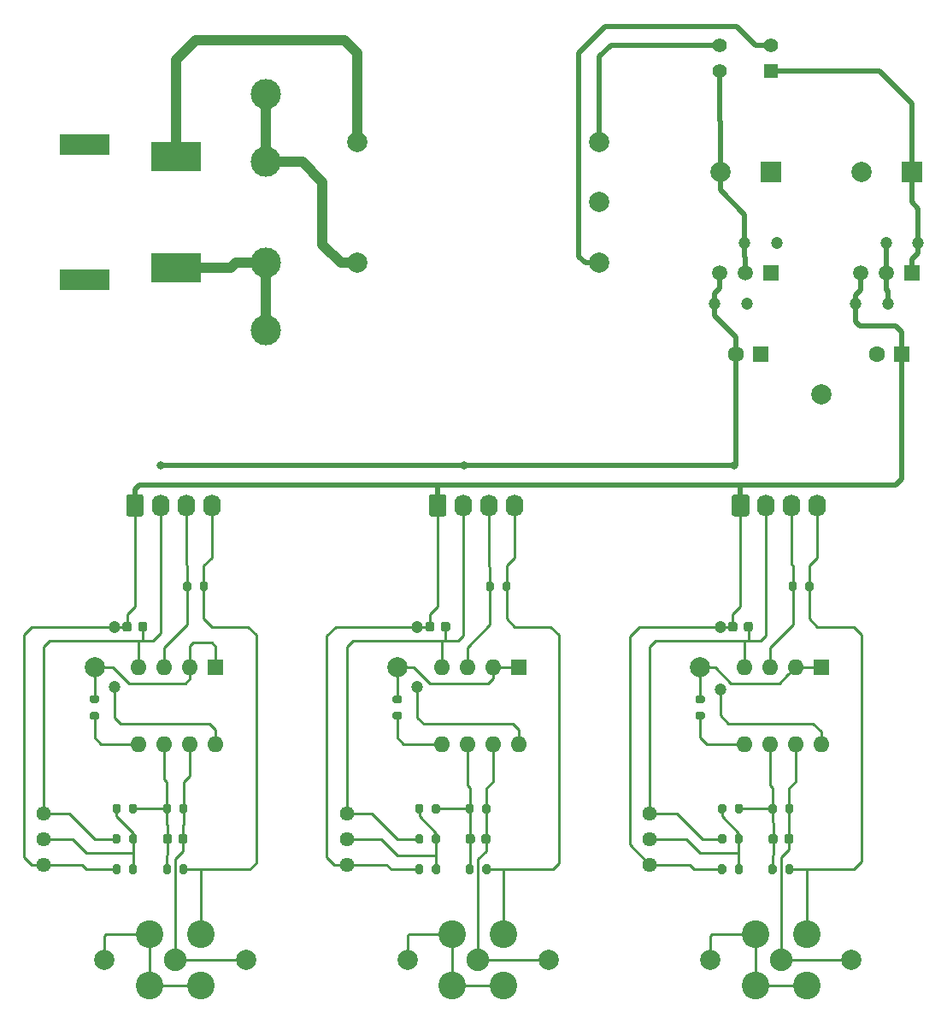
<source format=gbr>
%TF.GenerationSoftware,KiCad,Pcbnew,(5.1.10)-1*%
%TF.CreationDate,2021-09-26T04:03:23+09:00*%
%TF.ProjectId,HAS-CT-Board,4841532d-4354-42d4-926f-6172642e6b69,rev?*%
%TF.SameCoordinates,Original*%
%TF.FileFunction,Copper,L1,Top*%
%TF.FilePolarity,Positive*%
%FSLAX46Y46*%
G04 Gerber Fmt 4.6, Leading zero omitted, Abs format (unit mm)*
G04 Created by KiCad (PCBNEW (5.1.10)-1) date 2021-09-26 04:03:23*
%MOMM*%
%LPD*%
G01*
G04 APERTURE LIST*
%TA.AperFunction,ComponentPad*%
%ADD10O,1.600000X1.600000*%
%TD*%
%TA.AperFunction,ComponentPad*%
%ADD11R,1.600000X1.600000*%
%TD*%
%TA.AperFunction,ComponentPad*%
%ADD12R,2.000000X2.000000*%
%TD*%
%TA.AperFunction,ComponentPad*%
%ADD13C,2.000000*%
%TD*%
%TA.AperFunction,ComponentPad*%
%ADD14C,1.600000*%
%TD*%
%TA.AperFunction,ComponentPad*%
%ADD15C,1.400000*%
%TD*%
%TA.AperFunction,ComponentPad*%
%ADD16R,1.400000X1.400000*%
%TD*%
%TA.AperFunction,ComponentPad*%
%ADD17C,3.000000*%
%TD*%
%TA.AperFunction,ComponentPad*%
%ADD18O,1.740000X2.190000*%
%TD*%
%TA.AperFunction,ComponentPad*%
%ADD19C,2.240000*%
%TD*%
%TA.AperFunction,ComponentPad*%
%ADD20C,2.740000*%
%TD*%
%TA.AperFunction,ComponentPad*%
%ADD21R,5.000000X3.000000*%
%TD*%
%TA.AperFunction,WasherPad*%
%ADD22R,5.000000X2.000000*%
%TD*%
%TA.AperFunction,ComponentPad*%
%ADD23C,1.440000*%
%TD*%
%TA.AperFunction,ComponentPad*%
%ADD24R,1.500000X1.500000*%
%TD*%
%TA.AperFunction,ComponentPad*%
%ADD25C,1.500000*%
%TD*%
%TA.AperFunction,ViaPad*%
%ADD26C,1.200000*%
%TD*%
%TA.AperFunction,ViaPad*%
%ADD27C,0.800000*%
%TD*%
%TA.AperFunction,Conductor*%
%ADD28C,0.500000*%
%TD*%
%TA.AperFunction,Conductor*%
%ADD29C,0.250000*%
%TD*%
%TA.AperFunction,Conductor*%
%ADD30C,1.000000*%
%TD*%
G04 APERTURE END LIST*
D10*
%TO.P,U1,8*%
%TO.N,+15V*%
X74000000Y-123620000D03*
%TO.P,U1,4*%
%TO.N,-15V*%
X66380000Y-116000000D03*
%TO.P,U1,7*%
%TO.N,Net-(C5-Pad1)*%
X71460000Y-123620000D03*
%TO.P,U1,3*%
%TO.N,Net-(J1-Pad3)*%
X68920000Y-116000000D03*
%TO.P,U1,6*%
%TO.N,Net-(C5-Pad2)*%
X68920000Y-123620000D03*
%TO.P,U1,2*%
%TO.N,Net-(R10-Pad2)*%
X71460000Y-116000000D03*
%TO.P,U1,5*%
%TO.N,Net-(R10-Pad1)*%
X66380000Y-123620000D03*
D11*
%TO.P,U1,1*%
%TO.N,Net-(R10-Pad2)*%
X74000000Y-116000000D03*
%TD*%
D12*
%TO.P,C1,1*%
%TO.N,Net-(C1-Pad1)*%
X143000000Y-67000000D03*
D13*
%TO.P,C1,2*%
%TO.N,GND*%
X138000000Y-67000000D03*
%TD*%
%TO.P,C2,2*%
%TO.N,Net-(C2-Pad2)*%
X124000000Y-67000000D03*
D12*
%TO.P,C2,1*%
%TO.N,GND*%
X129000000Y-67000000D03*
%TD*%
%TO.P,C5,2*%
%TO.N,Net-(C5-Pad2)*%
%TA.AperFunction,SMDPad,CuDef*%
G36*
G01*
X69675000Y-132750000D02*
X69675000Y-133250000D01*
G75*
G02*
X69450000Y-133475000I-225000J0D01*
G01*
X69000000Y-133475000D01*
G75*
G02*
X68775000Y-133250000I0J225000D01*
G01*
X68775000Y-132750000D01*
G75*
G02*
X69000000Y-132525000I225000J0D01*
G01*
X69450000Y-132525000D01*
G75*
G02*
X69675000Y-132750000I0J-225000D01*
G01*
G37*
%TD.AperFunction*%
%TO.P,C5,1*%
%TO.N,Net-(C5-Pad1)*%
%TA.AperFunction,SMDPad,CuDef*%
G36*
G01*
X71225000Y-132750000D02*
X71225000Y-133250000D01*
G75*
G02*
X71000000Y-133475000I-225000J0D01*
G01*
X70550000Y-133475000D01*
G75*
G02*
X70325000Y-133250000I0J225000D01*
G01*
X70325000Y-132750000D01*
G75*
G02*
X70550000Y-132525000I225000J0D01*
G01*
X71000000Y-132525000D01*
G75*
G02*
X71225000Y-132750000I0J-225000D01*
G01*
G37*
%TD.AperFunction*%
%TD*%
%TO.P,C6,2*%
%TO.N,Net-(C6-Pad2)*%
%TA.AperFunction,SMDPad,CuDef*%
G36*
G01*
X99675000Y-132750000D02*
X99675000Y-133250000D01*
G75*
G02*
X99450000Y-133475000I-225000J0D01*
G01*
X99000000Y-133475000D01*
G75*
G02*
X98775000Y-133250000I0J225000D01*
G01*
X98775000Y-132750000D01*
G75*
G02*
X99000000Y-132525000I225000J0D01*
G01*
X99450000Y-132525000D01*
G75*
G02*
X99675000Y-132750000I0J-225000D01*
G01*
G37*
%TD.AperFunction*%
%TO.P,C6,1*%
%TO.N,Net-(C6-Pad1)*%
%TA.AperFunction,SMDPad,CuDef*%
G36*
G01*
X101225000Y-132750000D02*
X101225000Y-133250000D01*
G75*
G02*
X101000000Y-133475000I-225000J0D01*
G01*
X100550000Y-133475000D01*
G75*
G02*
X100325000Y-133250000I0J225000D01*
G01*
X100325000Y-132750000D01*
G75*
G02*
X100550000Y-132525000I225000J0D01*
G01*
X101000000Y-132525000D01*
G75*
G02*
X101225000Y-132750000I0J-225000D01*
G01*
G37*
%TD.AperFunction*%
%TD*%
%TO.P,C7,1*%
%TO.N,Net-(C7-Pad1)*%
%TA.AperFunction,SMDPad,CuDef*%
G36*
G01*
X131225000Y-132750000D02*
X131225000Y-133250000D01*
G75*
G02*
X131000000Y-133475000I-225000J0D01*
G01*
X130550000Y-133475000D01*
G75*
G02*
X130325000Y-133250000I0J225000D01*
G01*
X130325000Y-132750000D01*
G75*
G02*
X130550000Y-132525000I225000J0D01*
G01*
X131000000Y-132525000D01*
G75*
G02*
X131225000Y-132750000I0J-225000D01*
G01*
G37*
%TD.AperFunction*%
%TO.P,C7,2*%
%TO.N,Net-(C7-Pad2)*%
%TA.AperFunction,SMDPad,CuDef*%
G36*
G01*
X129675000Y-132750000D02*
X129675000Y-133250000D01*
G75*
G02*
X129450000Y-133475000I-225000J0D01*
G01*
X129000000Y-133475000D01*
G75*
G02*
X128775000Y-133250000I0J225000D01*
G01*
X128775000Y-132750000D01*
G75*
G02*
X129000000Y-132525000I225000J0D01*
G01*
X129450000Y-132525000D01*
G75*
G02*
X129675000Y-132750000I0J-225000D01*
G01*
G37*
%TD.AperFunction*%
%TD*%
D11*
%TO.P,C10,1*%
%TO.N,+15V*%
X142000000Y-85000000D03*
D14*
%TO.P,C10,2*%
%TO.N,GND*%
X139500000Y-85000000D03*
%TD*%
%TO.P,C11,2*%
%TO.N,-15V*%
X125500000Y-85000000D03*
D11*
%TO.P,C11,1*%
%TO.N,GND*%
X128000000Y-85000000D03*
%TD*%
%TO.P,C12,2*%
%TO.N,-15V*%
%TA.AperFunction,SMDPad,CuDef*%
G36*
G01*
X66325000Y-112250000D02*
X66325000Y-111750000D01*
G75*
G02*
X66550000Y-111525000I225000J0D01*
G01*
X67000000Y-111525000D01*
G75*
G02*
X67225000Y-111750000I0J-225000D01*
G01*
X67225000Y-112250000D01*
G75*
G02*
X67000000Y-112475000I-225000J0D01*
G01*
X66550000Y-112475000D01*
G75*
G02*
X66325000Y-112250000I0J225000D01*
G01*
G37*
%TD.AperFunction*%
%TO.P,C12,1*%
%TO.N,+15V*%
%TA.AperFunction,SMDPad,CuDef*%
G36*
G01*
X64775000Y-112250000D02*
X64775000Y-111750000D01*
G75*
G02*
X65000000Y-111525000I225000J0D01*
G01*
X65450000Y-111525000D01*
G75*
G02*
X65675000Y-111750000I0J-225000D01*
G01*
X65675000Y-112250000D01*
G75*
G02*
X65450000Y-112475000I-225000J0D01*
G01*
X65000000Y-112475000D01*
G75*
G02*
X64775000Y-112250000I0J225000D01*
G01*
G37*
%TD.AperFunction*%
%TD*%
%TO.P,C13,2*%
%TO.N,-15V*%
%TA.AperFunction,SMDPad,CuDef*%
G36*
G01*
X96325000Y-112250000D02*
X96325000Y-111750000D01*
G75*
G02*
X96550000Y-111525000I225000J0D01*
G01*
X97000000Y-111525000D01*
G75*
G02*
X97225000Y-111750000I0J-225000D01*
G01*
X97225000Y-112250000D01*
G75*
G02*
X97000000Y-112475000I-225000J0D01*
G01*
X96550000Y-112475000D01*
G75*
G02*
X96325000Y-112250000I0J225000D01*
G01*
G37*
%TD.AperFunction*%
%TO.P,C13,1*%
%TO.N,+15V*%
%TA.AperFunction,SMDPad,CuDef*%
G36*
G01*
X94775000Y-112250000D02*
X94775000Y-111750000D01*
G75*
G02*
X95000000Y-111525000I225000J0D01*
G01*
X95450000Y-111525000D01*
G75*
G02*
X95675000Y-111750000I0J-225000D01*
G01*
X95675000Y-112250000D01*
G75*
G02*
X95450000Y-112475000I-225000J0D01*
G01*
X95000000Y-112475000D01*
G75*
G02*
X94775000Y-112250000I0J225000D01*
G01*
G37*
%TD.AperFunction*%
%TD*%
%TO.P,C14,1*%
%TO.N,+15V*%
%TA.AperFunction,SMDPad,CuDef*%
G36*
G01*
X124775000Y-112250000D02*
X124775000Y-111750000D01*
G75*
G02*
X125000000Y-111525000I225000J0D01*
G01*
X125450000Y-111525000D01*
G75*
G02*
X125675000Y-111750000I0J-225000D01*
G01*
X125675000Y-112250000D01*
G75*
G02*
X125450000Y-112475000I-225000J0D01*
G01*
X125000000Y-112475000D01*
G75*
G02*
X124775000Y-112250000I0J225000D01*
G01*
G37*
%TD.AperFunction*%
%TO.P,C14,2*%
%TO.N,-15V*%
%TA.AperFunction,SMDPad,CuDef*%
G36*
G01*
X126325000Y-112250000D02*
X126325000Y-111750000D01*
G75*
G02*
X126550000Y-111525000I225000J0D01*
G01*
X127000000Y-111525000D01*
G75*
G02*
X127225000Y-111750000I0J-225000D01*
G01*
X127225000Y-112250000D01*
G75*
G02*
X127000000Y-112475000I-225000J0D01*
G01*
X126550000Y-112475000D01*
G75*
G02*
X126325000Y-112250000I0J225000D01*
G01*
G37*
%TD.AperFunction*%
%TD*%
D15*
%TO.P,D1,4*%
%TO.N,Net-(C2-Pad2)*%
X123920000Y-57000000D03*
%TO.P,D1,2*%
%TO.N,Net-(D1-Pad2)*%
X129000000Y-54460000D03*
%TO.P,D1,3*%
%TO.N,Net-(D1-Pad3)*%
X123920000Y-54460000D03*
D16*
%TO.P,D1,1*%
%TO.N,Net-(C1-Pad1)*%
X129000000Y-57000000D03*
%TD*%
D17*
%TO.P,F1,2*%
%TO.N,Net-(F1-Pad2)*%
X79000000Y-82700000D03*
X79000000Y-76000000D03*
%TO.P,F1,1*%
%TO.N,Net-(F1-Pad1)*%
X79000000Y-66000000D03*
X79000000Y-59300000D03*
%TD*%
D18*
%TO.P,J1,4*%
%TO.N,GND*%
X73620000Y-100000000D03*
%TO.P,J1,3*%
%TO.N,Net-(J1-Pad3)*%
X71080000Y-100000000D03*
%TO.P,J1,2*%
%TO.N,-15V*%
X68540000Y-100000000D03*
%TO.P,J1,1*%
%TO.N,+15V*%
%TA.AperFunction,ComponentPad*%
G36*
G01*
X65130000Y-100845001D02*
X65130000Y-99154999D01*
G75*
G02*
X65379999Y-98905000I249999J0D01*
G01*
X66620001Y-98905000D01*
G75*
G02*
X66870000Y-99154999I0J-249999D01*
G01*
X66870000Y-100845001D01*
G75*
G02*
X66620001Y-101095000I-249999J0D01*
G01*
X65379999Y-101095000D01*
G75*
G02*
X65130000Y-100845001I0J249999D01*
G01*
G37*
%TD.AperFunction*%
%TD*%
%TO.P,J2,1*%
%TO.N,+15V*%
%TA.AperFunction,ComponentPad*%
G36*
G01*
X95130000Y-100845001D02*
X95130000Y-99154999D01*
G75*
G02*
X95379999Y-98905000I249999J0D01*
G01*
X96620001Y-98905000D01*
G75*
G02*
X96870000Y-99154999I0J-249999D01*
G01*
X96870000Y-100845001D01*
G75*
G02*
X96620001Y-101095000I-249999J0D01*
G01*
X95379999Y-101095000D01*
G75*
G02*
X95130000Y-100845001I0J249999D01*
G01*
G37*
%TD.AperFunction*%
%TO.P,J2,2*%
%TO.N,-15V*%
X98540000Y-100000000D03*
%TO.P,J2,3*%
%TO.N,Net-(J2-Pad3)*%
X101080000Y-100000000D03*
%TO.P,J2,4*%
%TO.N,GND*%
X103620000Y-100000000D03*
%TD*%
%TO.P,J3,1*%
%TO.N,+15V*%
%TA.AperFunction,ComponentPad*%
G36*
G01*
X125130000Y-100845001D02*
X125130000Y-99154999D01*
G75*
G02*
X125379999Y-98905000I249999J0D01*
G01*
X126620001Y-98905000D01*
G75*
G02*
X126870000Y-99154999I0J-249999D01*
G01*
X126870000Y-100845001D01*
G75*
G02*
X126620001Y-101095000I-249999J0D01*
G01*
X125379999Y-101095000D01*
G75*
G02*
X125130000Y-100845001I0J249999D01*
G01*
G37*
%TD.AperFunction*%
%TO.P,J3,2*%
%TO.N,-15V*%
X128540000Y-100000000D03*
%TO.P,J3,3*%
%TO.N,Net-(J3-Pad3)*%
X131080000Y-100000000D03*
%TO.P,J3,4*%
%TO.N,GND*%
X133620000Y-100000000D03*
%TD*%
D19*
%TO.P,J4,1*%
%TO.N,Net-(C5-Pad1)*%
X70000000Y-145000000D03*
D20*
%TO.P,J4,2*%
%TO.N,GND*%
X67460000Y-142460000D03*
X72540000Y-142460000D03*
X72540000Y-147540000D03*
X67460000Y-147540000D03*
%TD*%
%TO.P,J5,2*%
%TO.N,GND*%
X97460000Y-147540000D03*
X102540000Y-147540000D03*
X102540000Y-142460000D03*
X97460000Y-142460000D03*
D19*
%TO.P,J5,1*%
%TO.N,Net-(C6-Pad1)*%
X100000000Y-145000000D03*
%TD*%
D20*
%TO.P,J6,2*%
%TO.N,GND*%
X127460000Y-147540000D03*
X132540000Y-147540000D03*
X132540000Y-142460000D03*
X127460000Y-142460000D03*
D19*
%TO.P,J6,1*%
%TO.N,Net-(C7-Pad1)*%
X130000000Y-145000000D03*
%TD*%
D21*
%TO.P,P1,1*%
%TO.N,Net-(F1-Pad2)*%
X70100000Y-76500000D03*
%TO.P,P1,2*%
%TO.N,Net-(P1-Pad2)*%
X70100000Y-65500000D03*
D22*
%TO.P,P1,*%
%TO.N,*%
X61000000Y-77700000D03*
X61000000Y-64300000D03*
%TD*%
%TO.P,R1,2*%
%TO.N,GND*%
%TA.AperFunction,SMDPad,CuDef*%
G36*
G01*
X72425000Y-108275000D02*
X72425000Y-107725000D01*
G75*
G02*
X72625000Y-107525000I200000J0D01*
G01*
X73025000Y-107525000D01*
G75*
G02*
X73225000Y-107725000I0J-200000D01*
G01*
X73225000Y-108275000D01*
G75*
G02*
X73025000Y-108475000I-200000J0D01*
G01*
X72625000Y-108475000D01*
G75*
G02*
X72425000Y-108275000I0J200000D01*
G01*
G37*
%TD.AperFunction*%
%TO.P,R1,1*%
%TO.N,Net-(J1-Pad3)*%
%TA.AperFunction,SMDPad,CuDef*%
G36*
G01*
X70775000Y-108275000D02*
X70775000Y-107725000D01*
G75*
G02*
X70975000Y-107525000I200000J0D01*
G01*
X71375000Y-107525000D01*
G75*
G02*
X71575000Y-107725000I0J-200000D01*
G01*
X71575000Y-108275000D01*
G75*
G02*
X71375000Y-108475000I-200000J0D01*
G01*
X70975000Y-108475000D01*
G75*
G02*
X70775000Y-108275000I0J200000D01*
G01*
G37*
%TD.AperFunction*%
%TD*%
%TO.P,R2,2*%
%TO.N,GND*%
%TA.AperFunction,SMDPad,CuDef*%
G36*
G01*
X102425000Y-108275000D02*
X102425000Y-107725000D01*
G75*
G02*
X102625000Y-107525000I200000J0D01*
G01*
X103025000Y-107525000D01*
G75*
G02*
X103225000Y-107725000I0J-200000D01*
G01*
X103225000Y-108275000D01*
G75*
G02*
X103025000Y-108475000I-200000J0D01*
G01*
X102625000Y-108475000D01*
G75*
G02*
X102425000Y-108275000I0J200000D01*
G01*
G37*
%TD.AperFunction*%
%TO.P,R2,1*%
%TO.N,Net-(J2-Pad3)*%
%TA.AperFunction,SMDPad,CuDef*%
G36*
G01*
X100775000Y-108275000D02*
X100775000Y-107725000D01*
G75*
G02*
X100975000Y-107525000I200000J0D01*
G01*
X101375000Y-107525000D01*
G75*
G02*
X101575000Y-107725000I0J-200000D01*
G01*
X101575000Y-108275000D01*
G75*
G02*
X101375000Y-108475000I-200000J0D01*
G01*
X100975000Y-108475000D01*
G75*
G02*
X100775000Y-108275000I0J200000D01*
G01*
G37*
%TD.AperFunction*%
%TD*%
%TO.P,R3,1*%
%TO.N,Net-(J3-Pad3)*%
%TA.AperFunction,SMDPad,CuDef*%
G36*
G01*
X130775000Y-108275000D02*
X130775000Y-107725000D01*
G75*
G02*
X130975000Y-107525000I200000J0D01*
G01*
X131375000Y-107525000D01*
G75*
G02*
X131575000Y-107725000I0J-200000D01*
G01*
X131575000Y-108275000D01*
G75*
G02*
X131375000Y-108475000I-200000J0D01*
G01*
X130975000Y-108475000D01*
G75*
G02*
X130775000Y-108275000I0J200000D01*
G01*
G37*
%TD.AperFunction*%
%TO.P,R3,2*%
%TO.N,GND*%
%TA.AperFunction,SMDPad,CuDef*%
G36*
G01*
X132425000Y-108275000D02*
X132425000Y-107725000D01*
G75*
G02*
X132625000Y-107525000I200000J0D01*
G01*
X133025000Y-107525000D01*
G75*
G02*
X133225000Y-107725000I0J-200000D01*
G01*
X133225000Y-108275000D01*
G75*
G02*
X133025000Y-108475000I-200000J0D01*
G01*
X132625000Y-108475000D01*
G75*
G02*
X132425000Y-108275000I0J200000D01*
G01*
G37*
%TD.AperFunction*%
%TD*%
%TO.P,R4,2*%
%TO.N,Net-(R11-Pad2)*%
%TA.AperFunction,SMDPad,CuDef*%
G36*
G01*
X65425000Y-136275000D02*
X65425000Y-135725000D01*
G75*
G02*
X65625000Y-135525000I200000J0D01*
G01*
X66025000Y-135525000D01*
G75*
G02*
X66225000Y-135725000I0J-200000D01*
G01*
X66225000Y-136275000D01*
G75*
G02*
X66025000Y-136475000I-200000J0D01*
G01*
X65625000Y-136475000D01*
G75*
G02*
X65425000Y-136275000I0J200000D01*
G01*
G37*
%TD.AperFunction*%
%TO.P,R4,1*%
%TO.N,+15V*%
%TA.AperFunction,SMDPad,CuDef*%
G36*
G01*
X63775000Y-136275000D02*
X63775000Y-135725000D01*
G75*
G02*
X63975000Y-135525000I200000J0D01*
G01*
X64375000Y-135525000D01*
G75*
G02*
X64575000Y-135725000I0J-200000D01*
G01*
X64575000Y-136275000D01*
G75*
G02*
X64375000Y-136475000I-200000J0D01*
G01*
X63975000Y-136475000D01*
G75*
G02*
X63775000Y-136275000I0J200000D01*
G01*
G37*
%TD.AperFunction*%
%TD*%
%TO.P,R5,1*%
%TO.N,Net-(R11-Pad2)*%
%TA.AperFunction,SMDPad,CuDef*%
G36*
G01*
X66225000Y-132725000D02*
X66225000Y-133275000D01*
G75*
G02*
X66025000Y-133475000I-200000J0D01*
G01*
X65625000Y-133475000D01*
G75*
G02*
X65425000Y-133275000I0J200000D01*
G01*
X65425000Y-132725000D01*
G75*
G02*
X65625000Y-132525000I200000J0D01*
G01*
X66025000Y-132525000D01*
G75*
G02*
X66225000Y-132725000I0J-200000D01*
G01*
G37*
%TD.AperFunction*%
%TO.P,R5,2*%
%TO.N,-15V*%
%TA.AperFunction,SMDPad,CuDef*%
G36*
G01*
X64575000Y-132725000D02*
X64575000Y-133275000D01*
G75*
G02*
X64375000Y-133475000I-200000J0D01*
G01*
X63975000Y-133475000D01*
G75*
G02*
X63775000Y-133275000I0J200000D01*
G01*
X63775000Y-132725000D01*
G75*
G02*
X63975000Y-132525000I200000J0D01*
G01*
X64375000Y-132525000D01*
G75*
G02*
X64575000Y-132725000I0J-200000D01*
G01*
G37*
%TD.AperFunction*%
%TD*%
%TO.P,R6,1*%
%TO.N,+15V*%
%TA.AperFunction,SMDPad,CuDef*%
G36*
G01*
X93775000Y-136275000D02*
X93775000Y-135725000D01*
G75*
G02*
X93975000Y-135525000I200000J0D01*
G01*
X94375000Y-135525000D01*
G75*
G02*
X94575000Y-135725000I0J-200000D01*
G01*
X94575000Y-136275000D01*
G75*
G02*
X94375000Y-136475000I-200000J0D01*
G01*
X93975000Y-136475000D01*
G75*
G02*
X93775000Y-136275000I0J200000D01*
G01*
G37*
%TD.AperFunction*%
%TO.P,R6,2*%
%TO.N,Net-(R13-Pad2)*%
%TA.AperFunction,SMDPad,CuDef*%
G36*
G01*
X95425000Y-136275000D02*
X95425000Y-135725000D01*
G75*
G02*
X95625000Y-135525000I200000J0D01*
G01*
X96025000Y-135525000D01*
G75*
G02*
X96225000Y-135725000I0J-200000D01*
G01*
X96225000Y-136275000D01*
G75*
G02*
X96025000Y-136475000I-200000J0D01*
G01*
X95625000Y-136475000D01*
G75*
G02*
X95425000Y-136275000I0J200000D01*
G01*
G37*
%TD.AperFunction*%
%TD*%
%TO.P,R7,2*%
%TO.N,-15V*%
%TA.AperFunction,SMDPad,CuDef*%
G36*
G01*
X94575000Y-132725000D02*
X94575000Y-133275000D01*
G75*
G02*
X94375000Y-133475000I-200000J0D01*
G01*
X93975000Y-133475000D01*
G75*
G02*
X93775000Y-133275000I0J200000D01*
G01*
X93775000Y-132725000D01*
G75*
G02*
X93975000Y-132525000I200000J0D01*
G01*
X94375000Y-132525000D01*
G75*
G02*
X94575000Y-132725000I0J-200000D01*
G01*
G37*
%TD.AperFunction*%
%TO.P,R7,1*%
%TO.N,Net-(R13-Pad2)*%
%TA.AperFunction,SMDPad,CuDef*%
G36*
G01*
X96225000Y-132725000D02*
X96225000Y-133275000D01*
G75*
G02*
X96025000Y-133475000I-200000J0D01*
G01*
X95625000Y-133475000D01*
G75*
G02*
X95425000Y-133275000I0J200000D01*
G01*
X95425000Y-132725000D01*
G75*
G02*
X95625000Y-132525000I200000J0D01*
G01*
X96025000Y-132525000D01*
G75*
G02*
X96225000Y-132725000I0J-200000D01*
G01*
G37*
%TD.AperFunction*%
%TD*%
%TO.P,R8,2*%
%TO.N,Net-(R15-Pad2)*%
%TA.AperFunction,SMDPad,CuDef*%
G36*
G01*
X125425000Y-136275000D02*
X125425000Y-135725000D01*
G75*
G02*
X125625000Y-135525000I200000J0D01*
G01*
X126025000Y-135525000D01*
G75*
G02*
X126225000Y-135725000I0J-200000D01*
G01*
X126225000Y-136275000D01*
G75*
G02*
X126025000Y-136475000I-200000J0D01*
G01*
X125625000Y-136475000D01*
G75*
G02*
X125425000Y-136275000I0J200000D01*
G01*
G37*
%TD.AperFunction*%
%TO.P,R8,1*%
%TO.N,+15V*%
%TA.AperFunction,SMDPad,CuDef*%
G36*
G01*
X123775000Y-136275000D02*
X123775000Y-135725000D01*
G75*
G02*
X123975000Y-135525000I200000J0D01*
G01*
X124375000Y-135525000D01*
G75*
G02*
X124575000Y-135725000I0J-200000D01*
G01*
X124575000Y-136275000D01*
G75*
G02*
X124375000Y-136475000I-200000J0D01*
G01*
X123975000Y-136475000D01*
G75*
G02*
X123775000Y-136275000I0J200000D01*
G01*
G37*
%TD.AperFunction*%
%TD*%
%TO.P,R9,2*%
%TO.N,-15V*%
%TA.AperFunction,SMDPad,CuDef*%
G36*
G01*
X124575000Y-132725000D02*
X124575000Y-133275000D01*
G75*
G02*
X124375000Y-133475000I-200000J0D01*
G01*
X123975000Y-133475000D01*
G75*
G02*
X123775000Y-133275000I0J200000D01*
G01*
X123775000Y-132725000D01*
G75*
G02*
X123975000Y-132525000I200000J0D01*
G01*
X124375000Y-132525000D01*
G75*
G02*
X124575000Y-132725000I0J-200000D01*
G01*
G37*
%TD.AperFunction*%
%TO.P,R9,1*%
%TO.N,Net-(R15-Pad2)*%
%TA.AperFunction,SMDPad,CuDef*%
G36*
G01*
X126225000Y-132725000D02*
X126225000Y-133275000D01*
G75*
G02*
X126025000Y-133475000I-200000J0D01*
G01*
X125625000Y-133475000D01*
G75*
G02*
X125425000Y-133275000I0J200000D01*
G01*
X125425000Y-132725000D01*
G75*
G02*
X125625000Y-132525000I200000J0D01*
G01*
X126025000Y-132525000D01*
G75*
G02*
X126225000Y-132725000I0J-200000D01*
G01*
G37*
%TD.AperFunction*%
%TD*%
%TO.P,R10,2*%
%TO.N,Net-(R10-Pad2)*%
%TA.AperFunction,SMDPad,CuDef*%
G36*
G01*
X62275000Y-119575000D02*
X61725000Y-119575000D01*
G75*
G02*
X61525000Y-119375000I0J200000D01*
G01*
X61525000Y-118975000D01*
G75*
G02*
X61725000Y-118775000I200000J0D01*
G01*
X62275000Y-118775000D01*
G75*
G02*
X62475000Y-118975000I0J-200000D01*
G01*
X62475000Y-119375000D01*
G75*
G02*
X62275000Y-119575000I-200000J0D01*
G01*
G37*
%TD.AperFunction*%
%TO.P,R10,1*%
%TO.N,Net-(R10-Pad1)*%
%TA.AperFunction,SMDPad,CuDef*%
G36*
G01*
X62275000Y-121225000D02*
X61725000Y-121225000D01*
G75*
G02*
X61525000Y-121025000I0J200000D01*
G01*
X61525000Y-120625000D01*
G75*
G02*
X61725000Y-120425000I200000J0D01*
G01*
X62275000Y-120425000D01*
G75*
G02*
X62475000Y-120625000I0J-200000D01*
G01*
X62475000Y-121025000D01*
G75*
G02*
X62275000Y-121225000I-200000J0D01*
G01*
G37*
%TD.AperFunction*%
%TD*%
%TO.P,R11,1*%
%TO.N,Net-(C5-Pad2)*%
%TA.AperFunction,SMDPad,CuDef*%
G36*
G01*
X66225000Y-129725000D02*
X66225000Y-130275000D01*
G75*
G02*
X66025000Y-130475000I-200000J0D01*
G01*
X65625000Y-130475000D01*
G75*
G02*
X65425000Y-130275000I0J200000D01*
G01*
X65425000Y-129725000D01*
G75*
G02*
X65625000Y-129525000I200000J0D01*
G01*
X66025000Y-129525000D01*
G75*
G02*
X66225000Y-129725000I0J-200000D01*
G01*
G37*
%TD.AperFunction*%
%TO.P,R11,2*%
%TO.N,Net-(R11-Pad2)*%
%TA.AperFunction,SMDPad,CuDef*%
G36*
G01*
X64575000Y-129725000D02*
X64575000Y-130275000D01*
G75*
G02*
X64375000Y-130475000I-200000J0D01*
G01*
X63975000Y-130475000D01*
G75*
G02*
X63775000Y-130275000I0J200000D01*
G01*
X63775000Y-129725000D01*
G75*
G02*
X63975000Y-129525000I200000J0D01*
G01*
X64375000Y-129525000D01*
G75*
G02*
X64575000Y-129725000I0J-200000D01*
G01*
G37*
%TD.AperFunction*%
%TD*%
%TO.P,R12,2*%
%TO.N,Net-(R12-Pad2)*%
%TA.AperFunction,SMDPad,CuDef*%
G36*
G01*
X92275000Y-119575000D02*
X91725000Y-119575000D01*
G75*
G02*
X91525000Y-119375000I0J200000D01*
G01*
X91525000Y-118975000D01*
G75*
G02*
X91725000Y-118775000I200000J0D01*
G01*
X92275000Y-118775000D01*
G75*
G02*
X92475000Y-118975000I0J-200000D01*
G01*
X92475000Y-119375000D01*
G75*
G02*
X92275000Y-119575000I-200000J0D01*
G01*
G37*
%TD.AperFunction*%
%TO.P,R12,1*%
%TO.N,Net-(R12-Pad1)*%
%TA.AperFunction,SMDPad,CuDef*%
G36*
G01*
X92275000Y-121225000D02*
X91725000Y-121225000D01*
G75*
G02*
X91525000Y-121025000I0J200000D01*
G01*
X91525000Y-120625000D01*
G75*
G02*
X91725000Y-120425000I200000J0D01*
G01*
X92275000Y-120425000D01*
G75*
G02*
X92475000Y-120625000I0J-200000D01*
G01*
X92475000Y-121025000D01*
G75*
G02*
X92275000Y-121225000I-200000J0D01*
G01*
G37*
%TD.AperFunction*%
%TD*%
%TO.P,R13,1*%
%TO.N,Net-(C6-Pad2)*%
%TA.AperFunction,SMDPad,CuDef*%
G36*
G01*
X96225000Y-129725000D02*
X96225000Y-130275000D01*
G75*
G02*
X96025000Y-130475000I-200000J0D01*
G01*
X95625000Y-130475000D01*
G75*
G02*
X95425000Y-130275000I0J200000D01*
G01*
X95425000Y-129725000D01*
G75*
G02*
X95625000Y-129525000I200000J0D01*
G01*
X96025000Y-129525000D01*
G75*
G02*
X96225000Y-129725000I0J-200000D01*
G01*
G37*
%TD.AperFunction*%
%TO.P,R13,2*%
%TO.N,Net-(R13-Pad2)*%
%TA.AperFunction,SMDPad,CuDef*%
G36*
G01*
X94575000Y-129725000D02*
X94575000Y-130275000D01*
G75*
G02*
X94375000Y-130475000I-200000J0D01*
G01*
X93975000Y-130475000D01*
G75*
G02*
X93775000Y-130275000I0J200000D01*
G01*
X93775000Y-129725000D01*
G75*
G02*
X93975000Y-129525000I200000J0D01*
G01*
X94375000Y-129525000D01*
G75*
G02*
X94575000Y-129725000I0J-200000D01*
G01*
G37*
%TD.AperFunction*%
%TD*%
%TO.P,R14,1*%
%TO.N,Net-(R14-Pad1)*%
%TA.AperFunction,SMDPad,CuDef*%
G36*
G01*
X122275000Y-121225000D02*
X121725000Y-121225000D01*
G75*
G02*
X121525000Y-121025000I0J200000D01*
G01*
X121525000Y-120625000D01*
G75*
G02*
X121725000Y-120425000I200000J0D01*
G01*
X122275000Y-120425000D01*
G75*
G02*
X122475000Y-120625000I0J-200000D01*
G01*
X122475000Y-121025000D01*
G75*
G02*
X122275000Y-121225000I-200000J0D01*
G01*
G37*
%TD.AperFunction*%
%TO.P,R14,2*%
%TO.N,Net-(R14-Pad2)*%
%TA.AperFunction,SMDPad,CuDef*%
G36*
G01*
X122275000Y-119575000D02*
X121725000Y-119575000D01*
G75*
G02*
X121525000Y-119375000I0J200000D01*
G01*
X121525000Y-118975000D01*
G75*
G02*
X121725000Y-118775000I200000J0D01*
G01*
X122275000Y-118775000D01*
G75*
G02*
X122475000Y-118975000I0J-200000D01*
G01*
X122475000Y-119375000D01*
G75*
G02*
X122275000Y-119575000I-200000J0D01*
G01*
G37*
%TD.AperFunction*%
%TD*%
%TO.P,R15,1*%
%TO.N,Net-(C7-Pad2)*%
%TA.AperFunction,SMDPad,CuDef*%
G36*
G01*
X126225000Y-129725000D02*
X126225000Y-130275000D01*
G75*
G02*
X126025000Y-130475000I-200000J0D01*
G01*
X125625000Y-130475000D01*
G75*
G02*
X125425000Y-130275000I0J200000D01*
G01*
X125425000Y-129725000D01*
G75*
G02*
X125625000Y-129525000I200000J0D01*
G01*
X126025000Y-129525000D01*
G75*
G02*
X126225000Y-129725000I0J-200000D01*
G01*
G37*
%TD.AperFunction*%
%TO.P,R15,2*%
%TO.N,Net-(R15-Pad2)*%
%TA.AperFunction,SMDPad,CuDef*%
G36*
G01*
X124575000Y-129725000D02*
X124575000Y-130275000D01*
G75*
G02*
X124375000Y-130475000I-200000J0D01*
G01*
X123975000Y-130475000D01*
G75*
G02*
X123775000Y-130275000I0J200000D01*
G01*
X123775000Y-129725000D01*
G75*
G02*
X123975000Y-129525000I200000J0D01*
G01*
X124375000Y-129525000D01*
G75*
G02*
X124575000Y-129725000I0J-200000D01*
G01*
G37*
%TD.AperFunction*%
%TD*%
%TO.P,R16,1*%
%TO.N,Net-(C5-Pad2)*%
%TA.AperFunction,SMDPad,CuDef*%
G36*
G01*
X68775000Y-136275000D02*
X68775000Y-135725000D01*
G75*
G02*
X68975000Y-135525000I200000J0D01*
G01*
X69375000Y-135525000D01*
G75*
G02*
X69575000Y-135725000I0J-200000D01*
G01*
X69575000Y-136275000D01*
G75*
G02*
X69375000Y-136475000I-200000J0D01*
G01*
X68975000Y-136475000D01*
G75*
G02*
X68775000Y-136275000I0J200000D01*
G01*
G37*
%TD.AperFunction*%
%TO.P,R16,2*%
%TO.N,GND*%
%TA.AperFunction,SMDPad,CuDef*%
G36*
G01*
X70425000Y-136275000D02*
X70425000Y-135725000D01*
G75*
G02*
X70625000Y-135525000I200000J0D01*
G01*
X71025000Y-135525000D01*
G75*
G02*
X71225000Y-135725000I0J-200000D01*
G01*
X71225000Y-136275000D01*
G75*
G02*
X71025000Y-136475000I-200000J0D01*
G01*
X70625000Y-136475000D01*
G75*
G02*
X70425000Y-136275000I0J200000D01*
G01*
G37*
%TD.AperFunction*%
%TD*%
%TO.P,R17,2*%
%TO.N,GND*%
%TA.AperFunction,SMDPad,CuDef*%
G36*
G01*
X100425000Y-136275000D02*
X100425000Y-135725000D01*
G75*
G02*
X100625000Y-135525000I200000J0D01*
G01*
X101025000Y-135525000D01*
G75*
G02*
X101225000Y-135725000I0J-200000D01*
G01*
X101225000Y-136275000D01*
G75*
G02*
X101025000Y-136475000I-200000J0D01*
G01*
X100625000Y-136475000D01*
G75*
G02*
X100425000Y-136275000I0J200000D01*
G01*
G37*
%TD.AperFunction*%
%TO.P,R17,1*%
%TO.N,Net-(C6-Pad2)*%
%TA.AperFunction,SMDPad,CuDef*%
G36*
G01*
X98775000Y-136275000D02*
X98775000Y-135725000D01*
G75*
G02*
X98975000Y-135525000I200000J0D01*
G01*
X99375000Y-135525000D01*
G75*
G02*
X99575000Y-135725000I0J-200000D01*
G01*
X99575000Y-136275000D01*
G75*
G02*
X99375000Y-136475000I-200000J0D01*
G01*
X98975000Y-136475000D01*
G75*
G02*
X98775000Y-136275000I0J200000D01*
G01*
G37*
%TD.AperFunction*%
%TD*%
%TO.P,R18,1*%
%TO.N,Net-(C7-Pad2)*%
%TA.AperFunction,SMDPad,CuDef*%
G36*
G01*
X128775000Y-136275000D02*
X128775000Y-135725000D01*
G75*
G02*
X128975000Y-135525000I200000J0D01*
G01*
X129375000Y-135525000D01*
G75*
G02*
X129575000Y-135725000I0J-200000D01*
G01*
X129575000Y-136275000D01*
G75*
G02*
X129375000Y-136475000I-200000J0D01*
G01*
X128975000Y-136475000D01*
G75*
G02*
X128775000Y-136275000I0J200000D01*
G01*
G37*
%TD.AperFunction*%
%TO.P,R18,2*%
%TO.N,GND*%
%TA.AperFunction,SMDPad,CuDef*%
G36*
G01*
X130425000Y-136275000D02*
X130425000Y-135725000D01*
G75*
G02*
X130625000Y-135525000I200000J0D01*
G01*
X131025000Y-135525000D01*
G75*
G02*
X131225000Y-135725000I0J-200000D01*
G01*
X131225000Y-136275000D01*
G75*
G02*
X131025000Y-136475000I-200000J0D01*
G01*
X130625000Y-136475000D01*
G75*
G02*
X130425000Y-136275000I0J200000D01*
G01*
G37*
%TD.AperFunction*%
%TD*%
%TO.P,R19,1*%
%TO.N,Net-(C5-Pad1)*%
%TA.AperFunction,SMDPad,CuDef*%
G36*
G01*
X71225000Y-129725000D02*
X71225000Y-130275000D01*
G75*
G02*
X71025000Y-130475000I-200000J0D01*
G01*
X70625000Y-130475000D01*
G75*
G02*
X70425000Y-130275000I0J200000D01*
G01*
X70425000Y-129725000D01*
G75*
G02*
X70625000Y-129525000I200000J0D01*
G01*
X71025000Y-129525000D01*
G75*
G02*
X71225000Y-129725000I0J-200000D01*
G01*
G37*
%TD.AperFunction*%
%TO.P,R19,2*%
%TO.N,Net-(C5-Pad2)*%
%TA.AperFunction,SMDPad,CuDef*%
G36*
G01*
X69575000Y-129725000D02*
X69575000Y-130275000D01*
G75*
G02*
X69375000Y-130475000I-200000J0D01*
G01*
X68975000Y-130475000D01*
G75*
G02*
X68775000Y-130275000I0J200000D01*
G01*
X68775000Y-129725000D01*
G75*
G02*
X68975000Y-129525000I200000J0D01*
G01*
X69375000Y-129525000D01*
G75*
G02*
X69575000Y-129725000I0J-200000D01*
G01*
G37*
%TD.AperFunction*%
%TD*%
%TO.P,R20,2*%
%TO.N,Net-(C6-Pad2)*%
%TA.AperFunction,SMDPad,CuDef*%
G36*
G01*
X99575000Y-129725000D02*
X99575000Y-130275000D01*
G75*
G02*
X99375000Y-130475000I-200000J0D01*
G01*
X98975000Y-130475000D01*
G75*
G02*
X98775000Y-130275000I0J200000D01*
G01*
X98775000Y-129725000D01*
G75*
G02*
X98975000Y-129525000I200000J0D01*
G01*
X99375000Y-129525000D01*
G75*
G02*
X99575000Y-129725000I0J-200000D01*
G01*
G37*
%TD.AperFunction*%
%TO.P,R20,1*%
%TO.N,Net-(C6-Pad1)*%
%TA.AperFunction,SMDPad,CuDef*%
G36*
G01*
X101225000Y-129725000D02*
X101225000Y-130275000D01*
G75*
G02*
X101025000Y-130475000I-200000J0D01*
G01*
X100625000Y-130475000D01*
G75*
G02*
X100425000Y-130275000I0J200000D01*
G01*
X100425000Y-129725000D01*
G75*
G02*
X100625000Y-129525000I200000J0D01*
G01*
X101025000Y-129525000D01*
G75*
G02*
X101225000Y-129725000I0J-200000D01*
G01*
G37*
%TD.AperFunction*%
%TD*%
%TO.P,R21,1*%
%TO.N,Net-(C7-Pad1)*%
%TA.AperFunction,SMDPad,CuDef*%
G36*
G01*
X131225000Y-129725000D02*
X131225000Y-130275000D01*
G75*
G02*
X131025000Y-130475000I-200000J0D01*
G01*
X130625000Y-130475000D01*
G75*
G02*
X130425000Y-130275000I0J200000D01*
G01*
X130425000Y-129725000D01*
G75*
G02*
X130625000Y-129525000I200000J0D01*
G01*
X131025000Y-129525000D01*
G75*
G02*
X131225000Y-129725000I0J-200000D01*
G01*
G37*
%TD.AperFunction*%
%TO.P,R21,2*%
%TO.N,Net-(C7-Pad2)*%
%TA.AperFunction,SMDPad,CuDef*%
G36*
G01*
X129575000Y-129725000D02*
X129575000Y-130275000D01*
G75*
G02*
X129375000Y-130475000I-200000J0D01*
G01*
X128975000Y-130475000D01*
G75*
G02*
X128775000Y-130275000I0J200000D01*
G01*
X128775000Y-129725000D01*
G75*
G02*
X128975000Y-129525000I200000J0D01*
G01*
X129375000Y-129525000D01*
G75*
G02*
X129575000Y-129725000I0J-200000D01*
G01*
G37*
%TD.AperFunction*%
%TD*%
D23*
%TO.P,RV1,3*%
%TO.N,-15V*%
X57000000Y-130460000D03*
%TO.P,RV1,2*%
%TO.N,Net-(R11-Pad2)*%
X57000000Y-133000000D03*
%TO.P,RV1,1*%
%TO.N,+15V*%
X57000000Y-135540000D03*
%TD*%
%TO.P,RV2,1*%
%TO.N,+15V*%
X87000000Y-135540000D03*
%TO.P,RV2,2*%
%TO.N,Net-(R13-Pad2)*%
X87000000Y-133000000D03*
%TO.P,RV2,3*%
%TO.N,-15V*%
X87000000Y-130460000D03*
%TD*%
%TO.P,RV3,1*%
%TO.N,+15V*%
X117000000Y-135540000D03*
%TO.P,RV3,2*%
%TO.N,Net-(R15-Pad2)*%
X117000000Y-133000000D03*
%TO.P,RV3,3*%
%TO.N,-15V*%
X117000000Y-130460000D03*
%TD*%
D13*
%TO.P,TP1,1*%
%TO.N,Net-(R10-Pad2)*%
X62000000Y-116000000D03*
%TD*%
%TO.P,TP2,1*%
%TO.N,Net-(R12-Pad2)*%
X92000000Y-116000000D03*
%TD*%
%TO.P,TP3,1*%
%TO.N,Net-(R14-Pad2)*%
X122000000Y-116000000D03*
%TD*%
%TO.P,TP4,1*%
%TO.N,Net-(C5-Pad1)*%
X77000000Y-145000000D03*
%TD*%
%TO.P,TP5,1*%
%TO.N,GND*%
X63000000Y-145000000D03*
%TD*%
%TO.P,TP6,1*%
%TO.N,Net-(C6-Pad1)*%
X107000000Y-145000000D03*
%TD*%
%TO.P,TP7,1*%
%TO.N,GND*%
X93000000Y-145000000D03*
%TD*%
%TO.P,TP8,1*%
%TO.N,Net-(C7-Pad1)*%
X137000000Y-145000000D03*
%TD*%
%TO.P,TP9,1*%
%TO.N,GND*%
X123000000Y-145000000D03*
%TD*%
%TO.P,TP10,1*%
%TO.N,GND*%
X134000000Y-89000000D03*
%TD*%
%TO.P,TR1,1*%
%TO.N,Net-(D1-Pad3)*%
X112000000Y-64000000D03*
%TO.P,TR1,2*%
%TO.N,GND*%
X112000000Y-70000000D03*
%TO.P,TR1,3*%
%TO.N,Net-(D1-Pad2)*%
X112000000Y-76000000D03*
%TO.P,TR1,4*%
%TO.N,Net-(P1-Pad2)*%
X88000000Y-64000000D03*
%TO.P,TR1,5*%
%TO.N,Net-(F1-Pad1)*%
X88000000Y-76000000D03*
%TD*%
D11*
%TO.P,U2,1*%
%TO.N,Net-(R12-Pad2)*%
X104000000Y-116000000D03*
D10*
%TO.P,U2,5*%
%TO.N,Net-(R12-Pad1)*%
X96380000Y-123620000D03*
%TO.P,U2,2*%
%TO.N,Net-(R12-Pad2)*%
X101460000Y-116000000D03*
%TO.P,U2,6*%
%TO.N,Net-(C6-Pad2)*%
X98920000Y-123620000D03*
%TO.P,U2,3*%
%TO.N,Net-(J2-Pad3)*%
X98920000Y-116000000D03*
%TO.P,U2,7*%
%TO.N,Net-(C6-Pad1)*%
X101460000Y-123620000D03*
%TO.P,U2,4*%
%TO.N,-15V*%
X96380000Y-116000000D03*
%TO.P,U2,8*%
%TO.N,+15V*%
X104000000Y-123620000D03*
%TD*%
D11*
%TO.P,U3,1*%
%TO.N,Net-(R14-Pad2)*%
X134000000Y-116000000D03*
D10*
%TO.P,U3,5*%
%TO.N,Net-(R14-Pad1)*%
X126380000Y-123620000D03*
%TO.P,U3,2*%
%TO.N,Net-(R14-Pad2)*%
X131460000Y-116000000D03*
%TO.P,U3,6*%
%TO.N,Net-(C7-Pad2)*%
X128920000Y-123620000D03*
%TO.P,U3,3*%
%TO.N,Net-(J3-Pad3)*%
X128920000Y-116000000D03*
%TO.P,U3,7*%
%TO.N,Net-(C7-Pad1)*%
X131460000Y-123620000D03*
%TO.P,U3,4*%
%TO.N,-15V*%
X126380000Y-116000000D03*
%TO.P,U3,8*%
%TO.N,+15V*%
X134000000Y-123620000D03*
%TD*%
D24*
%TO.P,U4,1*%
%TO.N,Net-(C1-Pad1)*%
X143000000Y-77000000D03*
D25*
%TO.P,U4,3*%
%TO.N,+15V*%
X137920000Y-77000000D03*
%TO.P,U4,2*%
%TO.N,GND*%
X140460000Y-77000000D03*
%TD*%
%TO.P,U5,2*%
%TO.N,Net-(C2-Pad2)*%
X126460000Y-77000000D03*
%TO.P,U5,3*%
%TO.N,-15V*%
X123920000Y-77000000D03*
D24*
%TO.P,U5,1*%
%TO.N,GND*%
X129000000Y-77000000D03*
%TD*%
D26*
%TO.N,Net-(C1-Pad1)*%
X143600000Y-74000000D03*
%TO.N,GND*%
X140400000Y-74000000D03*
X140600000Y-80000000D03*
X126600000Y-80000000D03*
X129600000Y-74000000D03*
%TO.N,Net-(C2-Pad2)*%
X126400000Y-74000000D03*
%TO.N,+15V*%
X64000000Y-112000000D03*
X64000000Y-117999934D03*
X94000000Y-112000000D03*
X94000000Y-118000000D03*
X124000010Y-112000000D03*
X124000000Y-118200020D03*
X137400000Y-80000000D03*
%TO.N,-15V*%
X123400000Y-80000000D03*
D27*
X68600000Y-96000000D03*
X98600000Y-96000000D03*
X125400000Y-96000000D03*
%TD*%
D28*
%TO.N,Net-(C1-Pad1)*%
X139800000Y-57000000D02*
X129000000Y-57000000D01*
X143000000Y-60200000D02*
X139800000Y-57000000D01*
X143000000Y-67000000D02*
X143000000Y-60200000D01*
X143600000Y-70600000D02*
X143600000Y-74000000D01*
X143000000Y-70000000D02*
X143600000Y-70600000D01*
X143000000Y-67000000D02*
X143000000Y-70000000D01*
X143600000Y-74000000D02*
X143600000Y-75000000D01*
X143000000Y-75600000D02*
X143600000Y-75000000D01*
X143000000Y-77000000D02*
X143000000Y-75600000D01*
D29*
%TO.N,GND*%
X73620000Y-100000000D02*
X73620000Y-105180000D01*
X72825000Y-105975000D02*
X73620000Y-105180000D01*
X72825000Y-108000000D02*
X72825000Y-105975000D01*
X63000000Y-142600000D02*
X63000000Y-145000000D01*
X63140000Y-142460000D02*
X63000000Y-142600000D01*
X67460000Y-142460000D02*
X63140000Y-142460000D01*
X72000000Y-136000000D02*
X70825000Y-136000000D01*
X72540000Y-147540000D02*
X70060000Y-147540000D01*
X67460000Y-147540000D02*
X70060000Y-147540000D01*
X67460000Y-142460000D02*
X67460000Y-144940000D01*
X67460000Y-147540000D02*
X67460000Y-144940000D01*
X72825000Y-108000000D02*
X72825000Y-111225000D01*
X72825000Y-111225000D02*
X73600000Y-112000000D01*
X73600000Y-112000000D02*
X77200000Y-112000000D01*
X77200000Y-112000000D02*
X78000000Y-112800000D01*
X78000000Y-112800000D02*
X78000000Y-135400000D01*
X77400000Y-136000000D02*
X72000000Y-136000000D01*
X78000000Y-135400000D02*
X77400000Y-136000000D01*
X72540000Y-136000000D02*
X72000000Y-136000000D01*
X72540000Y-142460000D02*
X72540000Y-136000000D01*
X103620000Y-100000000D02*
X103620000Y-105180000D01*
X102825000Y-108000000D02*
X102825000Y-105975000D01*
X102825000Y-105975000D02*
X103620000Y-105180000D01*
X93000000Y-145000000D02*
X93000000Y-142600000D01*
X93140000Y-142460000D02*
X93000000Y-142600000D01*
X97460000Y-142460000D02*
X93140000Y-142460000D01*
X97460000Y-142460000D02*
X97460000Y-145140000D01*
X97460000Y-147540000D02*
X97460000Y-145140000D01*
X97460000Y-147540000D02*
X99940000Y-147540000D01*
X102540000Y-147540000D02*
X99940000Y-147540000D01*
X132825000Y-108000000D02*
X132825000Y-105975000D01*
X133620000Y-105180000D02*
X132825000Y-105975000D01*
X133620000Y-100000000D02*
X133620000Y-105180000D01*
X127460000Y-142460000D02*
X127460000Y-145260000D01*
X127460000Y-147540000D02*
X127460000Y-145260000D01*
X127460000Y-147540000D02*
X129940000Y-147540000D01*
X132540000Y-147540000D02*
X129940000Y-147540000D01*
X102540000Y-136060000D02*
X102600000Y-136000000D01*
X102540000Y-142460000D02*
X102540000Y-136060000D01*
X100825000Y-136000000D02*
X102600000Y-136000000D01*
X132540000Y-136060000D02*
X132600000Y-136000000D01*
X132540000Y-142460000D02*
X132540000Y-136060000D01*
X132600000Y-136000000D02*
X130825000Y-136000000D01*
X123140000Y-142460000D02*
X123000000Y-142600000D01*
X123000000Y-142600000D02*
X123000000Y-145000000D01*
X127460000Y-142460000D02*
X123140000Y-142460000D01*
X140460000Y-74060000D02*
X140400000Y-74000000D01*
D28*
X140460000Y-77000000D02*
X140460000Y-74060000D01*
X140600000Y-78800000D02*
X140600000Y-80000000D01*
X140460000Y-78660000D02*
X140600000Y-78800000D01*
X140460000Y-77000000D02*
X140460000Y-78660000D01*
D29*
X108000000Y-135400000D02*
X107400000Y-136000000D01*
X107400000Y-136000000D02*
X102600000Y-136000000D01*
X108000000Y-112800000D02*
X108000000Y-135400000D01*
X107200000Y-112000000D02*
X108000000Y-112800000D01*
X103600000Y-112000000D02*
X107200000Y-112000000D01*
X102825000Y-111225000D02*
X103600000Y-112000000D01*
X102825000Y-108000000D02*
X102825000Y-111225000D01*
X137200000Y-136000000D02*
X132600000Y-136000000D01*
X138000000Y-135200000D02*
X137200000Y-136000000D01*
X138000000Y-112800000D02*
X138000000Y-135200000D01*
X137200000Y-112000000D02*
X138000000Y-112800000D01*
X133600000Y-112000000D02*
X137200000Y-112000000D01*
X132825000Y-111225000D02*
X133600000Y-112000000D01*
X132825000Y-108000000D02*
X132825000Y-111225000D01*
D28*
%TO.N,Net-(C2-Pad2)*%
X123920000Y-57000000D02*
X123920000Y-61920000D01*
X124000000Y-62000000D02*
X123920000Y-61920000D01*
X124000000Y-67000000D02*
X124000000Y-62000000D01*
X126400000Y-71200000D02*
X126400000Y-74000000D01*
X124000000Y-68800000D02*
X126400000Y-71200000D01*
X124000000Y-67000000D02*
X124000000Y-68800000D01*
X126400000Y-75400000D02*
X126400000Y-74000000D01*
X126460000Y-75460000D02*
X126400000Y-75400000D01*
X126460000Y-77000000D02*
X126460000Y-75460000D01*
D29*
%TO.N,Net-(C5-Pad2)*%
X65825000Y-130000000D02*
X67600000Y-130000000D01*
X69175000Y-130000000D02*
X67600000Y-130000000D01*
X69175000Y-134650000D02*
X69175000Y-136000000D01*
X69225000Y-134600000D02*
X69175000Y-134650000D01*
X69225000Y-133000000D02*
X69225000Y-134600000D01*
X69225000Y-131625000D02*
X69225000Y-133000000D01*
X69175000Y-131575000D02*
X69225000Y-131625000D01*
X69175000Y-130000000D02*
X69175000Y-131575000D01*
X68920000Y-123620000D02*
X68920000Y-127120000D01*
X69175000Y-127375000D02*
X68920000Y-127120000D01*
X69175000Y-130000000D02*
X69175000Y-127375000D01*
%TO.N,Net-(C5-Pad1)*%
X70775000Y-133000000D02*
X70775000Y-131625000D01*
X70825000Y-131575000D02*
X70775000Y-131625000D01*
X70825000Y-130000000D02*
X70825000Y-131575000D01*
X70825000Y-127375000D02*
X70825000Y-130000000D01*
X71460000Y-126740000D02*
X70825000Y-127375000D01*
X71460000Y-123620000D02*
X71460000Y-126740000D01*
X70775000Y-134225000D02*
X70000000Y-135000000D01*
X70775000Y-133000000D02*
X70775000Y-134225000D01*
X70000000Y-145000000D02*
X70000000Y-135000000D01*
X72400000Y-145000000D02*
X70000000Y-145000000D01*
X77000000Y-145000000D02*
X72400000Y-145000000D01*
%TO.N,Net-(C6-Pad2)*%
X98920000Y-123620000D02*
X98920000Y-127720000D01*
X99175000Y-127975000D02*
X98920000Y-127720000D01*
X99175000Y-130000000D02*
X99175000Y-127975000D01*
X99175000Y-130000000D02*
X99175000Y-131425000D01*
X99225000Y-131475000D02*
X99175000Y-131425000D01*
X99225000Y-133000000D02*
X99225000Y-131475000D01*
X99225000Y-133000000D02*
X99225000Y-134375000D01*
X99175000Y-134425000D02*
X99225000Y-134375000D01*
X99175000Y-136000000D02*
X99175000Y-134425000D01*
X95825000Y-130000000D02*
X97400000Y-130000000D01*
X99175000Y-130000000D02*
X97400000Y-130000000D01*
%TO.N,Net-(C6-Pad1)*%
X100825000Y-130000000D02*
X100825000Y-127975000D01*
X101460000Y-127340000D02*
X100825000Y-127975000D01*
X101460000Y-123620000D02*
X101460000Y-127340000D01*
X100825000Y-131375000D02*
X100825000Y-130000000D01*
X100775000Y-131425000D02*
X100825000Y-131375000D01*
X100775000Y-133000000D02*
X100775000Y-131425000D01*
X107000000Y-145000000D02*
X102400000Y-145000000D01*
X100000000Y-145000000D02*
X102400000Y-145000000D01*
X100000000Y-135000000D02*
X100000000Y-145000000D01*
X100775000Y-134225000D02*
X100000000Y-135000000D01*
X100775000Y-133000000D02*
X100775000Y-134225000D01*
%TO.N,Net-(C7-Pad1)*%
X131460000Y-123620000D02*
X131460000Y-127340000D01*
X130825000Y-127975000D02*
X131460000Y-127340000D01*
X130825000Y-130000000D02*
X130825000Y-127975000D01*
X130825000Y-130000000D02*
X130825000Y-131375000D01*
X130775000Y-131425000D02*
X130825000Y-131375000D01*
X130775000Y-133000000D02*
X130775000Y-131425000D01*
X130775000Y-133000000D02*
X130775000Y-134025000D01*
X130000000Y-134800000D02*
X130775000Y-134025000D01*
X130000000Y-145000000D02*
X130000000Y-134800000D01*
X137000000Y-145000000D02*
X134000000Y-145000000D01*
X130000000Y-145000000D02*
X134000000Y-145000000D01*
%TO.N,Net-(C7-Pad2)*%
X125825000Y-130000000D02*
X127400000Y-130000000D01*
X129175000Y-130000000D02*
X127400000Y-130000000D01*
X128920000Y-127720000D02*
X128920000Y-123620000D01*
X129175000Y-127975000D02*
X128920000Y-127720000D01*
X129175000Y-130000000D02*
X129175000Y-127975000D01*
X129175000Y-130000000D02*
X129175000Y-131375000D01*
X129225000Y-131425000D02*
X129175000Y-131375000D01*
X129225000Y-133000000D02*
X129225000Y-131425000D01*
X129225000Y-133000000D02*
X129225000Y-134575000D01*
X129175000Y-134625000D02*
X129225000Y-134575000D01*
X129175000Y-136000000D02*
X129175000Y-134625000D01*
%TO.N,+15V*%
X60740000Y-135540000D02*
X61200000Y-136000000D01*
X57000000Y-135540000D02*
X60740000Y-135540000D01*
X61200000Y-136000000D02*
X64175000Y-136000000D01*
X65225000Y-112000000D02*
X64000000Y-112000000D01*
X64000000Y-121000000D02*
X64000000Y-117999934D01*
X73400000Y-121600000D02*
X64600000Y-121600000D01*
X74000000Y-122200000D02*
X73400000Y-121600000D01*
X64600000Y-121600000D02*
X64000000Y-121000000D01*
X74000000Y-123620000D02*
X74000000Y-122200000D01*
X66000000Y-100000000D02*
X66000000Y-110000000D01*
X65225000Y-110775000D02*
X66000000Y-110000000D01*
X65225000Y-112000000D02*
X65225000Y-110775000D01*
X96000000Y-100000000D02*
X96000000Y-110000000D01*
X95225000Y-110775000D02*
X96000000Y-110000000D01*
X95225000Y-112000000D02*
X95225000Y-110775000D01*
X95225000Y-112000000D02*
X94000000Y-112000000D01*
X94000000Y-121000000D02*
X94000000Y-118000000D01*
X94600000Y-121600000D02*
X94000000Y-121000000D01*
X103400000Y-121600000D02*
X94600000Y-121600000D01*
X104000000Y-122200000D02*
X103400000Y-121600000D01*
X104000000Y-123620000D02*
X104000000Y-122200000D01*
X91400000Y-136000000D02*
X90940000Y-135540000D01*
X90940000Y-135540000D02*
X87000000Y-135540000D01*
X94175000Y-136000000D02*
X91400000Y-136000000D01*
X126000000Y-100000000D02*
X126000000Y-110000000D01*
X125225000Y-110775000D02*
X126000000Y-110000000D01*
X125225000Y-112000000D02*
X125225000Y-110775000D01*
X120940000Y-135540000D02*
X117000000Y-135540000D01*
X121400000Y-136000000D02*
X120940000Y-135540000D01*
X124175000Y-136000000D02*
X121400000Y-136000000D01*
X125225000Y-112000000D02*
X124000010Y-112000000D01*
X124000000Y-120800000D02*
X124000000Y-118200020D01*
X124800000Y-121600000D02*
X124000000Y-120800000D01*
X133200000Y-121600000D02*
X124800000Y-121600000D01*
X134000000Y-122400000D02*
X133200000Y-121600000D01*
X134000000Y-123620000D02*
X134000000Y-122400000D01*
D28*
X137400000Y-80000000D02*
X137400000Y-79200000D01*
X137920000Y-78680000D02*
X137400000Y-79200000D01*
X137920000Y-77000000D02*
X137920000Y-78680000D01*
X137400000Y-80000000D02*
X137400000Y-81800000D01*
X137400000Y-81800000D02*
X137800000Y-82200000D01*
X137800000Y-82200000D02*
X141400000Y-82200000D01*
X142000000Y-82800000D02*
X141400000Y-82200000D01*
X142000000Y-85000000D02*
X142000000Y-82800000D01*
X142000000Y-85000000D02*
X142000000Y-97400000D01*
X142000000Y-97400000D02*
X141400000Y-98000000D01*
X66000000Y-98400000D02*
X66400000Y-98000000D01*
X66000000Y-100000000D02*
X66000000Y-98400000D01*
X126000000Y-100000000D02*
X126000000Y-98000000D01*
X141400000Y-98000000D02*
X126000000Y-98000000D01*
X96000000Y-100000000D02*
X96000000Y-98000000D01*
X96000000Y-98000000D02*
X66400000Y-98000000D01*
X126000000Y-98000000D02*
X96000000Y-98000000D01*
D29*
X85740000Y-135540000D02*
X87000000Y-135540000D01*
X85000000Y-134800000D02*
X85740000Y-135540000D01*
X85000000Y-112900000D02*
X85000000Y-134800000D01*
X85900000Y-112000000D02*
X85000000Y-112900000D01*
X94000000Y-112000000D02*
X85900000Y-112000000D01*
X116000000Y-112000000D02*
X124000010Y-112000000D01*
X115000000Y-113000000D02*
X116000000Y-112000000D01*
X115000000Y-133540000D02*
X115000000Y-113000000D01*
X117000000Y-135540000D02*
X115000000Y-133540000D01*
X55740000Y-135540000D02*
X57000000Y-135540000D01*
X55000000Y-134800000D02*
X55740000Y-135540000D01*
X55000000Y-112800000D02*
X55000000Y-134800000D01*
X55800000Y-112000000D02*
X55000000Y-112800000D01*
X64000000Y-112000000D02*
X55800000Y-112000000D01*
%TO.N,-15V*%
X66380000Y-116000000D02*
X66380000Y-113420000D01*
X57000000Y-130460000D02*
X59460000Y-130460000D01*
X62000000Y-133000000D02*
X59460000Y-130460000D01*
X64175000Y-133000000D02*
X62000000Y-133000000D01*
X57000000Y-114000000D02*
X57580000Y-113420000D01*
X57000000Y-130460000D02*
X57000000Y-114000000D01*
X57580000Y-113420000D02*
X66380000Y-113420000D01*
X68540000Y-112660000D02*
X68540000Y-100000000D01*
X67780000Y-113420000D02*
X68540000Y-112660000D01*
X66775000Y-113415000D02*
X66780000Y-113420000D01*
X66780000Y-113420000D02*
X67780000Y-113420000D01*
X66775000Y-112000000D02*
X66775000Y-113415000D01*
X66380000Y-113420000D02*
X66780000Y-113420000D01*
X98540000Y-100000000D02*
X98540000Y-112860000D01*
X98540000Y-112860000D02*
X98000000Y-113400000D01*
X87000000Y-114000000D02*
X87600000Y-113400000D01*
X87000000Y-130460000D02*
X87000000Y-114000000D01*
X96775000Y-112000000D02*
X96775000Y-113375000D01*
X96775000Y-113375000D02*
X96800000Y-113400000D01*
X98000000Y-113400000D02*
X96800000Y-113400000D01*
X96380000Y-113420000D02*
X96400000Y-113400000D01*
X96380000Y-116000000D02*
X96380000Y-113420000D01*
X96400000Y-113400000D02*
X87600000Y-113400000D01*
X96800000Y-113400000D02*
X96400000Y-113400000D01*
X87000000Y-130460000D02*
X89460000Y-130460000D01*
X92000000Y-133000000D02*
X89460000Y-130460000D01*
X94175000Y-133000000D02*
X92000000Y-133000000D01*
X128540000Y-112860000D02*
X128540000Y-100000000D01*
X128000000Y-113400000D02*
X128540000Y-112860000D01*
X117000000Y-114000000D02*
X117600000Y-113400000D01*
X117000000Y-130460000D02*
X117000000Y-114000000D01*
X117000000Y-130460000D02*
X119660000Y-130460000D01*
X122200000Y-133000000D02*
X119660000Y-130460000D01*
X124175000Y-133000000D02*
X122200000Y-133000000D01*
X126380000Y-113420000D02*
X126400000Y-113400000D01*
X126380000Y-116000000D02*
X126380000Y-113420000D01*
X117600000Y-113400000D02*
X126400000Y-113400000D01*
X126775000Y-113375000D02*
X126800000Y-113400000D01*
X126775000Y-112000000D02*
X126775000Y-113375000D01*
X126800000Y-113400000D02*
X128000000Y-113400000D01*
X126400000Y-113400000D02*
X126800000Y-113400000D01*
D28*
X123400000Y-80000000D02*
X123400000Y-79000000D01*
X123920000Y-78480000D02*
X123400000Y-79000000D01*
X123920000Y-77000000D02*
X123920000Y-78480000D01*
X123400000Y-80000000D02*
X123400000Y-81200000D01*
X125500000Y-83300000D02*
X123400000Y-81200000D01*
X125500000Y-85000000D02*
X125500000Y-83300000D01*
X98600000Y-96000000D02*
X68600000Y-96000000D01*
X125400000Y-96000000D02*
X98600000Y-96000000D01*
D29*
X125500000Y-95900000D02*
X125400000Y-96000000D01*
D28*
X125500000Y-85000000D02*
X125500000Y-95900000D01*
%TO.N,Net-(D1-Pad2)*%
X110600000Y-76000000D02*
X112000000Y-76000000D01*
X110000000Y-75400000D02*
X110600000Y-76000000D01*
X110000000Y-55200000D02*
X110000000Y-75400000D01*
X112600000Y-52600000D02*
X110000000Y-55200000D01*
X125600000Y-52600000D02*
X112600000Y-52600000D01*
X127460000Y-54460000D02*
X125600000Y-52600000D01*
X129000000Y-54460000D02*
X127460000Y-54460000D01*
%TO.N,Net-(D1-Pad3)*%
X112000000Y-64000000D02*
X112000000Y-55600000D01*
X113140000Y-54460000D02*
X112000000Y-55600000D01*
X123920000Y-54460000D02*
X113140000Y-54460000D01*
D30*
%TO.N,Net-(F1-Pad2)*%
X76000000Y-76000000D02*
X75500000Y-76500000D01*
X75500000Y-76500000D02*
X70100000Y-76500000D01*
X79000000Y-76000000D02*
X76000000Y-76000000D01*
X79000000Y-76000000D02*
X79000000Y-79400000D01*
X79000000Y-82700000D02*
X79000000Y-79400000D01*
%TO.N,Net-(F1-Pad1)*%
X79000000Y-59300000D02*
X79000000Y-62800000D01*
X79000000Y-66000000D02*
X79000000Y-62800000D01*
X86400000Y-76000000D02*
X88000000Y-76000000D01*
X84600000Y-74200000D02*
X86400000Y-76000000D01*
X84600000Y-68000000D02*
X84600000Y-74200000D01*
X82600000Y-66000000D02*
X84600000Y-68000000D01*
X79000000Y-66000000D02*
X82600000Y-66000000D01*
D29*
%TO.N,Net-(J1-Pad3)*%
X71080000Y-100000000D02*
X71080000Y-105880000D01*
X71175000Y-105975000D02*
X71080000Y-105880000D01*
X71175000Y-108000000D02*
X71175000Y-105975000D01*
X71175000Y-111825000D02*
X71175000Y-108000000D01*
X68920000Y-114080000D02*
X71175000Y-111825000D01*
X68920000Y-116000000D02*
X68920000Y-114080000D01*
%TO.N,Net-(J2-Pad3)*%
X101080000Y-106000000D02*
X101080000Y-100000000D01*
X101175000Y-106095000D02*
X101080000Y-106000000D01*
X101175000Y-108000000D02*
X101175000Y-106095000D01*
X101175000Y-111825000D02*
X101175000Y-108000000D01*
X98920000Y-114080000D02*
X101175000Y-111825000D01*
X98920000Y-116000000D02*
X98920000Y-114080000D01*
%TO.N,Net-(J3-Pad3)*%
X131080000Y-100000000D02*
X131080000Y-105880000D01*
X131175000Y-105975000D02*
X131080000Y-105880000D01*
X131175000Y-108000000D02*
X131175000Y-105975000D01*
X131175000Y-111825000D02*
X131175000Y-108000000D01*
X128920000Y-114080000D02*
X131175000Y-111825000D01*
X128920000Y-116000000D02*
X128920000Y-114080000D01*
D30*
%TO.N,Net-(P1-Pad2)*%
X70100000Y-65500000D02*
X70100000Y-55900000D01*
X70100000Y-55900000D02*
X72000000Y-54000000D01*
X72000000Y-54000000D02*
X86800000Y-54000000D01*
X88000000Y-55200000D02*
X86800000Y-54000000D01*
X88000000Y-64000000D02*
X88000000Y-55200000D01*
D29*
%TO.N,Net-(R11-Pad2)*%
X64175000Y-130775000D02*
X64175000Y-130000000D01*
X65825000Y-132425000D02*
X64175000Y-130775000D01*
X65825000Y-133000000D02*
X65825000Y-132425000D01*
X65825000Y-133000000D02*
X65825000Y-134375000D01*
X57000000Y-133000000D02*
X59800000Y-133000000D01*
X59800000Y-133000000D02*
X61175000Y-134375000D01*
X61175000Y-134375000D02*
X65825000Y-134375000D01*
X65825000Y-136000000D02*
X65825000Y-134375000D01*
%TO.N,Net-(R13-Pad2)*%
X95825000Y-136000000D02*
X95825000Y-134625000D01*
X95825000Y-133000000D02*
X95825000Y-134625000D01*
X94175000Y-130775000D02*
X94175000Y-130000000D01*
X95825000Y-132425000D02*
X94175000Y-130775000D01*
X95825000Y-133000000D02*
X95825000Y-132425000D01*
X87000000Y-133000000D02*
X90400000Y-133000000D01*
X92025000Y-134625000D02*
X95825000Y-134625000D01*
X90400000Y-133000000D02*
X92025000Y-134625000D01*
%TO.N,Net-(R15-Pad2)*%
X124175000Y-130775000D02*
X124175000Y-130000000D01*
X125825000Y-132425000D02*
X124175000Y-130775000D01*
X125825000Y-133000000D02*
X125825000Y-132425000D01*
X125825000Y-133000000D02*
X125825000Y-134225000D01*
X117000000Y-133000000D02*
X120600000Y-133000000D01*
X122025000Y-134425000D02*
X125825000Y-134425000D01*
X120600000Y-133000000D02*
X122025000Y-134425000D01*
X125825000Y-134425000D02*
X125825000Y-134225000D01*
X125825000Y-136000000D02*
X125825000Y-134425000D01*
%TO.N,Net-(R10-Pad2)*%
X74000000Y-116000000D02*
X74000000Y-114000000D01*
X74000000Y-114000000D02*
X73600000Y-113600000D01*
X71460000Y-116000000D02*
X71460000Y-113940000D01*
X71800000Y-113600000D02*
X73600000Y-113600000D01*
X71460000Y-113940000D02*
X71800000Y-113600000D01*
X62000000Y-119175000D02*
X62000000Y-116000000D01*
X65400000Y-117600000D02*
X63800000Y-116000000D01*
X71000000Y-117600000D02*
X65400000Y-117600000D01*
X71460000Y-117140000D02*
X71000000Y-117600000D01*
X63800000Y-116000000D02*
X62000000Y-116000000D01*
X71460000Y-116000000D02*
X71460000Y-117140000D01*
%TO.N,Net-(R10-Pad1)*%
X62000000Y-123000000D02*
X62000000Y-120825000D01*
X62620000Y-123620000D02*
X62000000Y-123000000D01*
X66380000Y-123620000D02*
X62620000Y-123620000D01*
%TO.N,Net-(R12-Pad2)*%
X104000000Y-116000000D02*
X102600000Y-116000000D01*
X101460000Y-116000000D02*
X102600000Y-116000000D01*
X101460000Y-117140000D02*
X101460000Y-116000000D01*
X95200000Y-117600000D02*
X101000000Y-117600000D01*
X101000000Y-117600000D02*
X101460000Y-117140000D01*
X93600000Y-116000000D02*
X95200000Y-117600000D01*
X92000000Y-116000000D02*
X93600000Y-116000000D01*
X92000000Y-116000000D02*
X92000000Y-118000000D01*
X92000000Y-119175000D02*
X92000000Y-118000000D01*
%TO.N,Net-(R12-Pad1)*%
X92000000Y-120825000D02*
X92000000Y-123000000D01*
X92620000Y-123620000D02*
X92000000Y-123000000D01*
X96380000Y-123620000D02*
X92620000Y-123620000D01*
%TO.N,Net-(R14-Pad1)*%
X122000000Y-123000000D02*
X122000000Y-120825000D01*
X122620000Y-123620000D02*
X122000000Y-123000000D01*
X126380000Y-123620000D02*
X122620000Y-123620000D01*
%TO.N,Net-(R14-Pad2)*%
X134000000Y-116000000D02*
X132800000Y-116000000D01*
X131460000Y-116000000D02*
X132800000Y-116000000D01*
X122000000Y-116000000D02*
X122000000Y-118000000D01*
X122000000Y-119175000D02*
X122000000Y-118000000D01*
X130660001Y-116799999D02*
X131460000Y-116000000D01*
X123473004Y-116000000D02*
X125073004Y-117600000D01*
X129860000Y-117600000D02*
X130660001Y-116799999D01*
X125073004Y-117600000D02*
X129860000Y-117600000D01*
X122000000Y-116000000D02*
X123473004Y-116000000D01*
%TD*%
M02*

</source>
